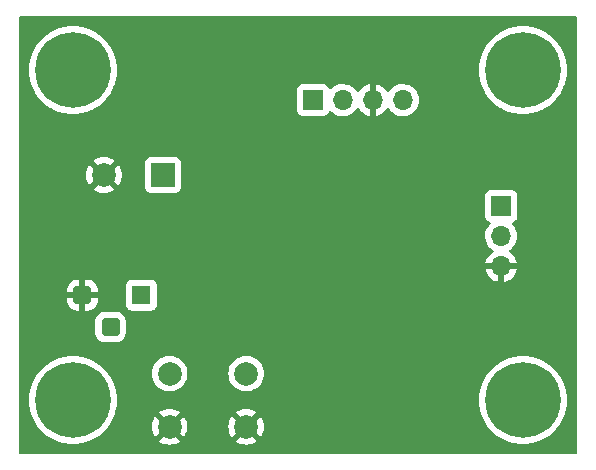
<source format=gbl>
%TF.GenerationSoftware,KiCad,Pcbnew,(6.0.8)*%
%TF.CreationDate,2022-12-23T18:43:03+01:00*%
%TF.ProjectId,Neopixel_LED_Star,4e656f70-6978-4656-9c5f-4c45445f5374,rev?*%
%TF.SameCoordinates,Original*%
%TF.FileFunction,Copper,L2,Bot*%
%TF.FilePolarity,Positive*%
%FSLAX46Y46*%
G04 Gerber Fmt 4.6, Leading zero omitted, Abs format (unit mm)*
G04 Created by KiCad (PCBNEW (6.0.8)) date 2022-12-23 18:43:03*
%MOMM*%
%LPD*%
G01*
G04 APERTURE LIST*
G04 Aperture macros list*
%AMRoundRect*
0 Rectangle with rounded corners*
0 $1 Rounding radius*
0 $2 $3 $4 $5 $6 $7 $8 $9 X,Y pos of 4 corners*
0 Add a 4 corners polygon primitive as box body*
4,1,4,$2,$3,$4,$5,$6,$7,$8,$9,$2,$3,0*
0 Add four circle primitives for the rounded corners*
1,1,$1+$1,$2,$3*
1,1,$1+$1,$4,$5*
1,1,$1+$1,$6,$7*
1,1,$1+$1,$8,$9*
0 Add four rect primitives between the rounded corners*
20,1,$1+$1,$2,$3,$4,$5,0*
20,1,$1+$1,$4,$5,$6,$7,0*
20,1,$1+$1,$6,$7,$8,$9,0*
20,1,$1+$1,$8,$9,$2,$3,0*%
G04 Aperture macros list end*
%TA.AperFunction,ComponentPad*%
%ADD10C,6.400000*%
%TD*%
%TA.AperFunction,ComponentPad*%
%ADD11C,2.000000*%
%TD*%
%TA.AperFunction,ComponentPad*%
%ADD12R,1.700000X1.700000*%
%TD*%
%TA.AperFunction,ComponentPad*%
%ADD13O,1.700000X1.700000*%
%TD*%
%TA.AperFunction,ComponentPad*%
%ADD14R,1.600000X1.600000*%
%TD*%
%TA.AperFunction,ComponentPad*%
%ADD15RoundRect,0.400000X-0.400000X-0.400000X0.400000X-0.400000X0.400000X0.400000X-0.400000X0.400000X0*%
%TD*%
%TA.AperFunction,ComponentPad*%
%ADD16R,2.000000X2.000000*%
%TD*%
%TA.AperFunction,ViaPad*%
%ADD17C,0.800000*%
%TD*%
G04 APERTURE END LIST*
D10*
%TO.P,REF\u002A\u002A,1*%
%TO.N,N/C*%
X127000000Y-101600000D03*
%TD*%
D11*
%TO.P,SW1,1,1*%
%TO.N,Net-(C6-Pad1)*%
X141680000Y-99350000D03*
X135180000Y-99350000D03*
%TO.P,SW1,2,2*%
%TO.N,GNDD*%
X141680000Y-103850000D03*
X135180000Y-103850000D03*
%TD*%
D10*
%TO.P,REF\u002A\u002A,1*%
%TO.N,N/C*%
X165100000Y-101600000D03*
%TD*%
%TO.P,REF\u002A\u002A,1*%
%TO.N,N/C*%
X165100000Y-73660000D03*
%TD*%
D12*
%TO.P,J2,1,Pin_1*%
%TO.N,+5V*%
X163265000Y-85170000D03*
D13*
%TO.P,J2,2,Pin_2*%
%TO.N,Net-(J2-Pad2)*%
X163265000Y-87710000D03*
%TO.P,J2,3,Pin_3*%
%TO.N,GNDD*%
X163265000Y-90250000D03*
%TD*%
D14*
%TO.P,J1,1,Pin_1*%
%TO.N,+5V*%
X132797000Y-92710000D03*
D15*
%TO.P,J1,2,Pin_2*%
%TO.N,GNDD*%
X127797000Y-92710000D03*
%TO.P,J1,3*%
%TO.N,N/C*%
X130197000Y-95410000D03*
%TD*%
D12*
%TO.P,J3,1,Pin_1*%
%TO.N,SWCLK*%
X147320000Y-76200000D03*
D13*
%TO.P,J3,2,Pin_2*%
%TO.N,SWDIO*%
X149860000Y-76200000D03*
%TO.P,J3,3,Pin_3*%
%TO.N,GNDD*%
X152400000Y-76200000D03*
%TO.P,J3,4,Pin_4*%
%TO.N,+3V3*%
X154940000Y-76200000D03*
%TD*%
D10*
%TO.P,REF\u002A\u002A,1*%
%TO.N,N/C*%
X127000000Y-73660000D03*
%TD*%
D16*
%TO.P,C1,1*%
%TO.N,+5V*%
X134620000Y-82550000D03*
D11*
%TO.P,C1,2*%
%TO.N,GNDD*%
X129620000Y-82550000D03*
%TD*%
D17*
%TO.N,GNDD*%
X168910000Y-105410000D03*
X146050000Y-105410000D03*
X123190000Y-105410000D03*
X145415000Y-83185000D03*
X149860000Y-95250000D03*
X139700000Y-76200000D03*
X160655000Y-84455000D03*
X123190000Y-87630000D03*
X151130000Y-83820000D03*
X168910000Y-69850000D03*
X144780000Y-95250000D03*
X156718000Y-98298000D03*
X139700000Y-95250000D03*
X168910000Y-87630000D03*
X146050000Y-69850000D03*
X155956000Y-87376000D03*
X123190000Y-69850000D03*
X155956000Y-80264000D03*
X138430000Y-83820000D03*
%TD*%
%TA.AperFunction,Conductor*%
%TO.N,GNDD*%
G36*
X169613621Y-69108502D02*
G01*
X169660114Y-69162158D01*
X169671500Y-69214500D01*
X169671500Y-106045500D01*
X169651498Y-106113621D01*
X169597842Y-106160114D01*
X169545500Y-106171500D01*
X122554500Y-106171500D01*
X122486379Y-106151498D01*
X122439886Y-106097842D01*
X122428500Y-106045500D01*
X122428500Y-101600000D01*
X123286411Y-101600000D01*
X123306754Y-101988176D01*
X123367562Y-102372099D01*
X123468167Y-102747562D01*
X123607468Y-103110453D01*
X123783938Y-103456794D01*
X123785734Y-103459560D01*
X123785736Y-103459563D01*
X123888821Y-103618301D01*
X123995643Y-103782793D01*
X124240266Y-104084876D01*
X124515124Y-104359734D01*
X124817207Y-104604357D01*
X125143205Y-104816062D01*
X125146139Y-104817557D01*
X125146146Y-104817561D01*
X125486607Y-104991034D01*
X125489547Y-104992532D01*
X125852438Y-105131833D01*
X126227901Y-105232438D01*
X126431793Y-105264732D01*
X126608576Y-105292732D01*
X126608584Y-105292733D01*
X126611824Y-105293246D01*
X127000000Y-105313589D01*
X127388176Y-105293246D01*
X127391416Y-105292733D01*
X127391424Y-105292732D01*
X127568207Y-105264732D01*
X127772099Y-105232438D01*
X128147562Y-105131833D01*
X128275636Y-105082670D01*
X134312160Y-105082670D01*
X134317887Y-105090320D01*
X134489042Y-105195205D01*
X134497837Y-105199687D01*
X134707988Y-105286734D01*
X134717373Y-105289783D01*
X134938554Y-105342885D01*
X134948301Y-105344428D01*
X135175070Y-105362275D01*
X135184930Y-105362275D01*
X135411699Y-105344428D01*
X135421446Y-105342885D01*
X135642627Y-105289783D01*
X135652012Y-105286734D01*
X135862163Y-105199687D01*
X135870958Y-105195205D01*
X136038445Y-105092568D01*
X136047400Y-105082670D01*
X140812160Y-105082670D01*
X140817887Y-105090320D01*
X140989042Y-105195205D01*
X140997837Y-105199687D01*
X141207988Y-105286734D01*
X141217373Y-105289783D01*
X141438554Y-105342885D01*
X141448301Y-105344428D01*
X141675070Y-105362275D01*
X141684930Y-105362275D01*
X141911699Y-105344428D01*
X141921446Y-105342885D01*
X142142627Y-105289783D01*
X142152012Y-105286734D01*
X142362163Y-105199687D01*
X142370958Y-105195205D01*
X142538445Y-105092568D01*
X142547907Y-105082110D01*
X142544124Y-105073334D01*
X141692812Y-104222022D01*
X141678868Y-104214408D01*
X141677035Y-104214539D01*
X141670420Y-104218790D01*
X140818920Y-105070290D01*
X140812160Y-105082670D01*
X136047400Y-105082670D01*
X136047907Y-105082110D01*
X136044124Y-105073334D01*
X135192812Y-104222022D01*
X135178868Y-104214408D01*
X135177035Y-104214539D01*
X135170420Y-104218790D01*
X134318920Y-105070290D01*
X134312160Y-105082670D01*
X128275636Y-105082670D01*
X128510453Y-104992532D01*
X128513393Y-104991034D01*
X128853854Y-104817561D01*
X128853861Y-104817557D01*
X128856795Y-104816062D01*
X129182793Y-104604357D01*
X129484876Y-104359734D01*
X129759734Y-104084876D01*
X129945941Y-103854930D01*
X133667725Y-103854930D01*
X133685572Y-104081699D01*
X133687115Y-104091446D01*
X133740217Y-104312627D01*
X133743266Y-104322012D01*
X133830313Y-104532163D01*
X133834795Y-104540958D01*
X133937432Y-104708445D01*
X133947890Y-104717907D01*
X133956666Y-104714124D01*
X134807978Y-103862812D01*
X134814356Y-103851132D01*
X135544408Y-103851132D01*
X135544539Y-103852965D01*
X135548790Y-103859580D01*
X136400290Y-104711080D01*
X136412670Y-104717840D01*
X136420320Y-104712113D01*
X136525205Y-104540958D01*
X136529687Y-104532163D01*
X136616734Y-104322012D01*
X136619783Y-104312627D01*
X136672885Y-104091446D01*
X136674428Y-104081699D01*
X136692275Y-103854930D01*
X140167725Y-103854930D01*
X140185572Y-104081699D01*
X140187115Y-104091446D01*
X140240217Y-104312627D01*
X140243266Y-104322012D01*
X140330313Y-104532163D01*
X140334795Y-104540958D01*
X140437432Y-104708445D01*
X140447890Y-104717907D01*
X140456666Y-104714124D01*
X141307978Y-103862812D01*
X141314356Y-103851132D01*
X142044408Y-103851132D01*
X142044539Y-103852965D01*
X142048790Y-103859580D01*
X142900290Y-104711080D01*
X142912670Y-104717840D01*
X142920320Y-104712113D01*
X143025205Y-104540958D01*
X143029687Y-104532163D01*
X143116734Y-104322012D01*
X143119783Y-104312627D01*
X143172885Y-104091446D01*
X143174428Y-104081699D01*
X143192275Y-103854930D01*
X143192275Y-103845070D01*
X143174428Y-103618301D01*
X143172885Y-103608554D01*
X143119783Y-103387373D01*
X143116734Y-103377988D01*
X143029687Y-103167837D01*
X143025205Y-103159042D01*
X142922568Y-102991555D01*
X142912110Y-102982093D01*
X142903334Y-102985876D01*
X142052022Y-103837188D01*
X142044408Y-103851132D01*
X141314356Y-103851132D01*
X141315592Y-103848868D01*
X141315461Y-103847035D01*
X141311210Y-103840420D01*
X140459710Y-102988920D01*
X140447330Y-102982160D01*
X140439680Y-102987887D01*
X140334795Y-103159042D01*
X140330313Y-103167837D01*
X140243266Y-103377988D01*
X140240217Y-103387373D01*
X140187115Y-103608554D01*
X140185572Y-103618301D01*
X140167725Y-103845070D01*
X140167725Y-103854930D01*
X136692275Y-103854930D01*
X136692275Y-103845070D01*
X136674428Y-103618301D01*
X136672885Y-103608554D01*
X136619783Y-103387373D01*
X136616734Y-103377988D01*
X136529687Y-103167837D01*
X136525205Y-103159042D01*
X136422568Y-102991555D01*
X136412110Y-102982093D01*
X136403334Y-102985876D01*
X135552022Y-103837188D01*
X135544408Y-103851132D01*
X134814356Y-103851132D01*
X134815592Y-103848868D01*
X134815461Y-103847035D01*
X134811210Y-103840420D01*
X133959710Y-102988920D01*
X133947330Y-102982160D01*
X133939680Y-102987887D01*
X133834795Y-103159042D01*
X133830313Y-103167837D01*
X133743266Y-103377988D01*
X133740217Y-103387373D01*
X133687115Y-103608554D01*
X133685572Y-103618301D01*
X133667725Y-103845070D01*
X133667725Y-103854930D01*
X129945941Y-103854930D01*
X130004357Y-103782793D01*
X130111179Y-103618301D01*
X130214264Y-103459563D01*
X130214266Y-103459560D01*
X130216062Y-103456794D01*
X130392532Y-103110453D01*
X130531833Y-102747562D01*
X130566579Y-102617890D01*
X134312093Y-102617890D01*
X134315876Y-102626666D01*
X135167188Y-103477978D01*
X135181132Y-103485592D01*
X135182965Y-103485461D01*
X135189580Y-103481210D01*
X136041080Y-102629710D01*
X136047534Y-102617890D01*
X140812093Y-102617890D01*
X140815876Y-102626666D01*
X141667188Y-103477978D01*
X141681132Y-103485592D01*
X141682965Y-103485461D01*
X141689580Y-103481210D01*
X142541080Y-102629710D01*
X142547840Y-102617330D01*
X142542113Y-102609680D01*
X142370958Y-102504795D01*
X142362163Y-102500313D01*
X142152012Y-102413266D01*
X142142627Y-102410217D01*
X141921446Y-102357115D01*
X141911699Y-102355572D01*
X141684930Y-102337725D01*
X141675070Y-102337725D01*
X141448301Y-102355572D01*
X141438554Y-102357115D01*
X141217373Y-102410217D01*
X141207988Y-102413266D01*
X140997837Y-102500313D01*
X140989042Y-102504795D01*
X140821555Y-102607432D01*
X140812093Y-102617890D01*
X136047534Y-102617890D01*
X136047840Y-102617330D01*
X136042113Y-102609680D01*
X135870958Y-102504795D01*
X135862163Y-102500313D01*
X135652012Y-102413266D01*
X135642627Y-102410217D01*
X135421446Y-102357115D01*
X135411699Y-102355572D01*
X135184930Y-102337725D01*
X135175070Y-102337725D01*
X134948301Y-102355572D01*
X134938554Y-102357115D01*
X134717373Y-102410217D01*
X134707988Y-102413266D01*
X134497837Y-102500313D01*
X134489042Y-102504795D01*
X134321555Y-102607432D01*
X134312093Y-102617890D01*
X130566579Y-102617890D01*
X130632438Y-102372099D01*
X130693246Y-101988176D01*
X130713589Y-101600000D01*
X161386411Y-101600000D01*
X161406754Y-101988176D01*
X161467562Y-102372099D01*
X161568167Y-102747562D01*
X161707468Y-103110453D01*
X161883938Y-103456794D01*
X161885734Y-103459560D01*
X161885736Y-103459563D01*
X161988821Y-103618301D01*
X162095643Y-103782793D01*
X162340266Y-104084876D01*
X162615124Y-104359734D01*
X162917207Y-104604357D01*
X163243205Y-104816062D01*
X163246139Y-104817557D01*
X163246146Y-104817561D01*
X163586607Y-104991034D01*
X163589547Y-104992532D01*
X163952438Y-105131833D01*
X164327901Y-105232438D01*
X164531793Y-105264732D01*
X164708576Y-105292732D01*
X164708584Y-105292733D01*
X164711824Y-105293246D01*
X165100000Y-105313589D01*
X165488176Y-105293246D01*
X165491416Y-105292733D01*
X165491424Y-105292732D01*
X165668207Y-105264732D01*
X165872099Y-105232438D01*
X166247562Y-105131833D01*
X166610453Y-104992532D01*
X166613393Y-104991034D01*
X166953854Y-104817561D01*
X166953861Y-104817557D01*
X166956795Y-104816062D01*
X167282793Y-104604357D01*
X167584876Y-104359734D01*
X167859734Y-104084876D01*
X168104357Y-103782793D01*
X168211179Y-103618301D01*
X168314264Y-103459563D01*
X168314266Y-103459560D01*
X168316062Y-103456794D01*
X168492532Y-103110453D01*
X168631833Y-102747562D01*
X168732438Y-102372099D01*
X168793246Y-101988176D01*
X168813589Y-101600000D01*
X168793246Y-101211824D01*
X168732438Y-100827901D01*
X168631833Y-100452438D01*
X168492532Y-100089547D01*
X168465739Y-100036963D01*
X168317561Y-99746147D01*
X168317557Y-99746140D01*
X168316062Y-99743206D01*
X168211230Y-99581777D01*
X168106152Y-99419971D01*
X168106152Y-99419970D01*
X168104357Y-99417207D01*
X167859734Y-99115124D01*
X167584876Y-98840266D01*
X167282793Y-98595643D01*
X167074820Y-98460584D01*
X166959564Y-98385736D01*
X166959561Y-98385734D01*
X166956795Y-98383938D01*
X166953861Y-98382443D01*
X166953854Y-98382439D01*
X166613393Y-98208966D01*
X166610453Y-98207468D01*
X166247562Y-98068167D01*
X165872099Y-97967562D01*
X165668207Y-97935268D01*
X165491424Y-97907268D01*
X165491416Y-97907267D01*
X165488176Y-97906754D01*
X165100000Y-97886411D01*
X164711824Y-97906754D01*
X164708584Y-97907267D01*
X164708576Y-97907268D01*
X164531793Y-97935268D01*
X164327901Y-97967562D01*
X163952438Y-98068167D01*
X163589547Y-98207468D01*
X163586607Y-98208966D01*
X163246147Y-98382439D01*
X163246140Y-98382443D01*
X163243206Y-98383938D01*
X162917207Y-98595643D01*
X162615124Y-98840266D01*
X162340266Y-99115124D01*
X162095643Y-99417207D01*
X162093848Y-99419970D01*
X162093848Y-99419971D01*
X161988771Y-99581777D01*
X161883938Y-99743206D01*
X161882443Y-99746140D01*
X161882439Y-99746147D01*
X161734261Y-100036963D01*
X161707468Y-100089547D01*
X161568167Y-100452438D01*
X161467562Y-100827901D01*
X161406754Y-101211824D01*
X161386411Y-101600000D01*
X130713589Y-101600000D01*
X130693246Y-101211824D01*
X130632438Y-100827901D01*
X130531833Y-100452438D01*
X130392532Y-100089547D01*
X130365739Y-100036963D01*
X130217561Y-99746147D01*
X130217557Y-99746140D01*
X130216062Y-99743206D01*
X130111230Y-99581777D01*
X130006152Y-99419971D01*
X130006152Y-99419970D01*
X130004357Y-99417207D01*
X129949934Y-99350000D01*
X133666835Y-99350000D01*
X133685465Y-99586711D01*
X133740895Y-99817594D01*
X133831760Y-100036963D01*
X133834346Y-100041183D01*
X133953241Y-100235202D01*
X133953245Y-100235208D01*
X133955824Y-100239416D01*
X134110031Y-100419969D01*
X134290584Y-100574176D01*
X134294792Y-100576755D01*
X134294798Y-100576759D01*
X134488817Y-100695654D01*
X134493037Y-100698240D01*
X134497607Y-100700133D01*
X134497611Y-100700135D01*
X134707833Y-100787211D01*
X134712406Y-100789105D01*
X134792609Y-100808360D01*
X134938476Y-100843380D01*
X134938482Y-100843381D01*
X134943289Y-100844535D01*
X135180000Y-100863165D01*
X135416711Y-100844535D01*
X135421518Y-100843381D01*
X135421524Y-100843380D01*
X135567391Y-100808360D01*
X135647594Y-100789105D01*
X135652167Y-100787211D01*
X135862389Y-100700135D01*
X135862393Y-100700133D01*
X135866963Y-100698240D01*
X135871183Y-100695654D01*
X136065202Y-100576759D01*
X136065208Y-100576755D01*
X136069416Y-100574176D01*
X136249969Y-100419969D01*
X136404176Y-100239416D01*
X136406755Y-100235208D01*
X136406759Y-100235202D01*
X136525654Y-100041183D01*
X136528240Y-100036963D01*
X136619105Y-99817594D01*
X136674535Y-99586711D01*
X136693165Y-99350000D01*
X140166835Y-99350000D01*
X140185465Y-99586711D01*
X140240895Y-99817594D01*
X140331760Y-100036963D01*
X140334346Y-100041183D01*
X140453241Y-100235202D01*
X140453245Y-100235208D01*
X140455824Y-100239416D01*
X140610031Y-100419969D01*
X140790584Y-100574176D01*
X140794792Y-100576755D01*
X140794798Y-100576759D01*
X140988817Y-100695654D01*
X140993037Y-100698240D01*
X140997607Y-100700133D01*
X140997611Y-100700135D01*
X141207833Y-100787211D01*
X141212406Y-100789105D01*
X141292609Y-100808360D01*
X141438476Y-100843380D01*
X141438482Y-100843381D01*
X141443289Y-100844535D01*
X141680000Y-100863165D01*
X141916711Y-100844535D01*
X141921518Y-100843381D01*
X141921524Y-100843380D01*
X142067391Y-100808360D01*
X142147594Y-100789105D01*
X142152167Y-100787211D01*
X142362389Y-100700135D01*
X142362393Y-100700133D01*
X142366963Y-100698240D01*
X142371183Y-100695654D01*
X142565202Y-100576759D01*
X142565208Y-100576755D01*
X142569416Y-100574176D01*
X142749969Y-100419969D01*
X142904176Y-100239416D01*
X142906755Y-100235208D01*
X142906759Y-100235202D01*
X143025654Y-100041183D01*
X143028240Y-100036963D01*
X143119105Y-99817594D01*
X143174535Y-99586711D01*
X143193165Y-99350000D01*
X143174535Y-99113289D01*
X143119105Y-98882406D01*
X143028240Y-98663037D01*
X142985841Y-98593848D01*
X142906759Y-98464798D01*
X142906755Y-98464792D01*
X142904176Y-98460584D01*
X142749969Y-98280031D01*
X142569416Y-98125824D01*
X142565208Y-98123245D01*
X142565202Y-98123241D01*
X142371183Y-98004346D01*
X142366963Y-98001760D01*
X142362393Y-97999867D01*
X142362389Y-97999865D01*
X142152167Y-97912789D01*
X142152165Y-97912788D01*
X142147594Y-97910895D01*
X142067391Y-97891640D01*
X141921524Y-97856620D01*
X141921518Y-97856619D01*
X141916711Y-97855465D01*
X141680000Y-97836835D01*
X141443289Y-97855465D01*
X141438482Y-97856619D01*
X141438476Y-97856620D01*
X141292609Y-97891640D01*
X141212406Y-97910895D01*
X141207835Y-97912788D01*
X141207833Y-97912789D01*
X140997611Y-97999865D01*
X140997607Y-97999867D01*
X140993037Y-98001760D01*
X140988817Y-98004346D01*
X140794798Y-98123241D01*
X140794792Y-98123245D01*
X140790584Y-98125824D01*
X140610031Y-98280031D01*
X140455824Y-98460584D01*
X140453245Y-98464792D01*
X140453241Y-98464798D01*
X140374159Y-98593848D01*
X140331760Y-98663037D01*
X140240895Y-98882406D01*
X140185465Y-99113289D01*
X140166835Y-99350000D01*
X136693165Y-99350000D01*
X136674535Y-99113289D01*
X136619105Y-98882406D01*
X136528240Y-98663037D01*
X136485841Y-98593848D01*
X136406759Y-98464798D01*
X136406755Y-98464792D01*
X136404176Y-98460584D01*
X136249969Y-98280031D01*
X136069416Y-98125824D01*
X136065208Y-98123245D01*
X136065202Y-98123241D01*
X135871183Y-98004346D01*
X135866963Y-98001760D01*
X135862393Y-97999867D01*
X135862389Y-97999865D01*
X135652167Y-97912789D01*
X135652165Y-97912788D01*
X135647594Y-97910895D01*
X135567391Y-97891640D01*
X135421524Y-97856620D01*
X135421518Y-97856619D01*
X135416711Y-97855465D01*
X135180000Y-97836835D01*
X134943289Y-97855465D01*
X134938482Y-97856619D01*
X134938476Y-97856620D01*
X134792609Y-97891640D01*
X134712406Y-97910895D01*
X134707835Y-97912788D01*
X134707833Y-97912789D01*
X134497611Y-97999865D01*
X134497607Y-97999867D01*
X134493037Y-98001760D01*
X134488817Y-98004346D01*
X134294798Y-98123241D01*
X134294792Y-98123245D01*
X134290584Y-98125824D01*
X134110031Y-98280031D01*
X133955824Y-98460584D01*
X133953245Y-98464792D01*
X133953241Y-98464798D01*
X133874159Y-98593848D01*
X133831760Y-98663037D01*
X133740895Y-98882406D01*
X133685465Y-99113289D01*
X133666835Y-99350000D01*
X129949934Y-99350000D01*
X129759734Y-99115124D01*
X129484876Y-98840266D01*
X129182793Y-98595643D01*
X128974820Y-98460584D01*
X128859564Y-98385736D01*
X128859561Y-98385734D01*
X128856795Y-98383938D01*
X128853861Y-98382443D01*
X128853854Y-98382439D01*
X128513393Y-98208966D01*
X128510453Y-98207468D01*
X128147562Y-98068167D01*
X127772099Y-97967562D01*
X127568207Y-97935268D01*
X127391424Y-97907268D01*
X127391416Y-97907267D01*
X127388176Y-97906754D01*
X127000000Y-97886411D01*
X126611824Y-97906754D01*
X126608584Y-97907267D01*
X126608576Y-97907268D01*
X126431793Y-97935268D01*
X126227901Y-97967562D01*
X125852438Y-98068167D01*
X125489547Y-98207468D01*
X125486607Y-98208966D01*
X125146147Y-98382439D01*
X125146140Y-98382443D01*
X125143206Y-98383938D01*
X124817207Y-98595643D01*
X124515124Y-98840266D01*
X124240266Y-99115124D01*
X123995643Y-99417207D01*
X123993848Y-99419970D01*
X123993848Y-99419971D01*
X123888771Y-99581777D01*
X123783938Y-99743206D01*
X123782443Y-99746140D01*
X123782439Y-99746147D01*
X123634261Y-100036963D01*
X123607468Y-100089547D01*
X123468167Y-100452438D01*
X123367562Y-100827901D01*
X123306754Y-101211824D01*
X123286411Y-101600000D01*
X122428500Y-101600000D01*
X122428500Y-94946419D01*
X128888500Y-94946419D01*
X128888501Y-95873580D01*
X128894743Y-95952904D01*
X128944171Y-96137371D01*
X129030871Y-96307530D01*
X129035024Y-96312659D01*
X129035027Y-96312663D01*
X129146900Y-96450814D01*
X129151055Y-96455945D01*
X129156186Y-96460100D01*
X129294337Y-96571973D01*
X129294341Y-96571976D01*
X129299470Y-96576129D01*
X129305347Y-96579124D01*
X129305351Y-96579126D01*
X129463064Y-96659484D01*
X129469629Y-96662829D01*
X129476002Y-96664537D01*
X129476003Y-96664537D01*
X129648519Y-96710763D01*
X129648523Y-96710764D01*
X129654096Y-96712257D01*
X129659852Y-96712710D01*
X129730963Y-96718307D01*
X129730970Y-96718307D01*
X129733419Y-96718500D01*
X130196812Y-96718500D01*
X130660580Y-96718499D01*
X130709947Y-96714614D01*
X130734150Y-96712710D01*
X130734152Y-96712710D01*
X130739904Y-96712257D01*
X130924371Y-96662829D01*
X130930936Y-96659484D01*
X131088649Y-96579126D01*
X131088653Y-96579124D01*
X131094530Y-96576129D01*
X131099659Y-96571976D01*
X131099663Y-96571973D01*
X131237814Y-96460100D01*
X131242945Y-96455945D01*
X131247100Y-96450814D01*
X131358973Y-96312663D01*
X131358976Y-96312659D01*
X131363129Y-96307530D01*
X131449829Y-96137371D01*
X131499257Y-95952904D01*
X131500023Y-95943175D01*
X131505307Y-95876037D01*
X131505307Y-95876030D01*
X131505500Y-95873581D01*
X131505499Y-94946420D01*
X131499257Y-94867096D01*
X131449829Y-94682629D01*
X131363129Y-94512470D01*
X131358976Y-94507341D01*
X131358973Y-94507337D01*
X131247100Y-94369186D01*
X131242945Y-94364055D01*
X131237814Y-94359900D01*
X131099663Y-94248027D01*
X131099659Y-94248024D01*
X131094530Y-94243871D01*
X131088653Y-94240876D01*
X131088649Y-94240874D01*
X130930251Y-94160167D01*
X130924371Y-94157171D01*
X130917997Y-94155463D01*
X130745481Y-94109237D01*
X130745477Y-94109236D01*
X130739904Y-94107743D01*
X130730175Y-94106977D01*
X130663037Y-94101693D01*
X130663030Y-94101693D01*
X130660581Y-94101500D01*
X130197188Y-94101500D01*
X129733420Y-94101501D01*
X129684053Y-94105386D01*
X129659850Y-94107290D01*
X129659848Y-94107290D01*
X129654096Y-94107743D01*
X129469629Y-94157171D01*
X129463749Y-94160167D01*
X129305351Y-94240874D01*
X129305347Y-94240876D01*
X129299470Y-94243871D01*
X129294341Y-94248024D01*
X129294337Y-94248027D01*
X129156186Y-94359900D01*
X129151055Y-94364055D01*
X129146900Y-94369186D01*
X129035027Y-94507337D01*
X129035024Y-94507341D01*
X129030871Y-94512470D01*
X128944171Y-94682629D01*
X128894743Y-94867096D01*
X128894290Y-94872850D01*
X128894290Y-94872852D01*
X128888694Y-94943960D01*
X128888500Y-94946419D01*
X122428500Y-94946419D01*
X122428500Y-93171085D01*
X126489000Y-93171085D01*
X126489193Y-93176010D01*
X126494786Y-93247069D01*
X126496733Y-93258403D01*
X126542931Y-93430817D01*
X126547635Y-93443070D01*
X126628295Y-93601375D01*
X126635448Y-93612390D01*
X126747255Y-93750459D01*
X126756541Y-93759745D01*
X126894610Y-93871552D01*
X126905625Y-93878705D01*
X127063930Y-93959365D01*
X127076183Y-93964069D01*
X127248597Y-94010267D01*
X127259931Y-94012214D01*
X127330990Y-94017807D01*
X127335915Y-94018000D01*
X127524885Y-94018000D01*
X127540124Y-94013525D01*
X127541329Y-94012135D01*
X127543000Y-94004452D01*
X127543000Y-93999885D01*
X128051000Y-93999885D01*
X128055475Y-94015124D01*
X128056865Y-94016329D01*
X128064548Y-94018000D01*
X128258085Y-94018000D01*
X128263010Y-94017807D01*
X128334069Y-94012214D01*
X128345403Y-94010267D01*
X128517817Y-93964069D01*
X128530070Y-93959365D01*
X128688375Y-93878705D01*
X128699390Y-93871552D01*
X128837459Y-93759745D01*
X128846745Y-93750459D01*
X128958552Y-93612390D01*
X128965705Y-93601375D01*
X128987737Y-93558134D01*
X131488500Y-93558134D01*
X131495255Y-93620316D01*
X131546385Y-93756705D01*
X131633739Y-93873261D01*
X131750295Y-93960615D01*
X131886684Y-94011745D01*
X131948866Y-94018500D01*
X133645134Y-94018500D01*
X133707316Y-94011745D01*
X133843705Y-93960615D01*
X133960261Y-93873261D01*
X134047615Y-93756705D01*
X134098745Y-93620316D01*
X134105500Y-93558134D01*
X134105500Y-91861866D01*
X134098745Y-91799684D01*
X134047615Y-91663295D01*
X133960261Y-91546739D01*
X133843705Y-91459385D01*
X133707316Y-91408255D01*
X133645134Y-91401500D01*
X131948866Y-91401500D01*
X131886684Y-91408255D01*
X131750295Y-91459385D01*
X131633739Y-91546739D01*
X131546385Y-91663295D01*
X131495255Y-91799684D01*
X131488500Y-91861866D01*
X131488500Y-93558134D01*
X128987737Y-93558134D01*
X129046365Y-93443070D01*
X129051069Y-93430817D01*
X129097267Y-93258403D01*
X129099214Y-93247069D01*
X129104807Y-93176010D01*
X129105000Y-93171085D01*
X129105000Y-92982115D01*
X129100525Y-92966876D01*
X129099135Y-92965671D01*
X129091452Y-92964000D01*
X128069115Y-92964000D01*
X128053876Y-92968475D01*
X128052671Y-92969865D01*
X128051000Y-92977548D01*
X128051000Y-93999885D01*
X127543000Y-93999885D01*
X127543000Y-92982115D01*
X127538525Y-92966876D01*
X127537135Y-92965671D01*
X127529452Y-92964000D01*
X126507115Y-92964000D01*
X126491876Y-92968475D01*
X126490671Y-92969865D01*
X126489000Y-92977548D01*
X126489000Y-93171085D01*
X122428500Y-93171085D01*
X122428500Y-92437885D01*
X126489000Y-92437885D01*
X126493475Y-92453124D01*
X126494865Y-92454329D01*
X126502548Y-92456000D01*
X127524885Y-92456000D01*
X127540124Y-92451525D01*
X127541329Y-92450135D01*
X127543000Y-92442452D01*
X127543000Y-92437885D01*
X128051000Y-92437885D01*
X128055475Y-92453124D01*
X128056865Y-92454329D01*
X128064548Y-92456000D01*
X129086885Y-92456000D01*
X129102124Y-92451525D01*
X129103329Y-92450135D01*
X129105000Y-92442452D01*
X129105000Y-92248916D01*
X129104807Y-92243990D01*
X129099214Y-92172931D01*
X129097267Y-92161597D01*
X129051069Y-91989183D01*
X129046365Y-91976930D01*
X128965705Y-91818625D01*
X128958552Y-91807610D01*
X128846745Y-91669541D01*
X128837459Y-91660255D01*
X128699390Y-91548448D01*
X128688375Y-91541295D01*
X128530070Y-91460635D01*
X128517817Y-91455931D01*
X128345403Y-91409733D01*
X128334069Y-91407786D01*
X128263010Y-91402193D01*
X128258084Y-91402000D01*
X128069115Y-91402000D01*
X128053876Y-91406475D01*
X128052671Y-91407865D01*
X128051000Y-91415548D01*
X128051000Y-92437885D01*
X127543000Y-92437885D01*
X127543000Y-91420115D01*
X127538525Y-91404876D01*
X127537135Y-91403671D01*
X127529452Y-91402000D01*
X127335916Y-91402000D01*
X127330990Y-91402193D01*
X127259931Y-91407786D01*
X127248597Y-91409733D01*
X127076183Y-91455931D01*
X127063930Y-91460635D01*
X126905625Y-91541295D01*
X126894610Y-91548448D01*
X126756541Y-91660255D01*
X126747255Y-91669541D01*
X126635448Y-91807610D01*
X126628295Y-91818625D01*
X126547635Y-91976930D01*
X126542931Y-91989183D01*
X126496733Y-92161597D01*
X126494786Y-92172931D01*
X126489193Y-92243990D01*
X126489000Y-92248916D01*
X126489000Y-92437885D01*
X122428500Y-92437885D01*
X122428500Y-90517966D01*
X161933257Y-90517966D01*
X161963565Y-90652446D01*
X161966645Y-90662275D01*
X162046770Y-90859603D01*
X162051413Y-90868794D01*
X162162694Y-91050388D01*
X162168777Y-91058699D01*
X162308213Y-91219667D01*
X162315580Y-91226883D01*
X162479434Y-91362916D01*
X162487881Y-91368831D01*
X162671756Y-91476279D01*
X162681042Y-91480729D01*
X162880001Y-91556703D01*
X162889899Y-91559579D01*
X162993250Y-91580606D01*
X163007299Y-91579410D01*
X163011000Y-91569065D01*
X163011000Y-91568517D01*
X163519000Y-91568517D01*
X163523064Y-91582359D01*
X163536478Y-91584393D01*
X163543184Y-91583534D01*
X163553262Y-91581392D01*
X163757255Y-91520191D01*
X163766842Y-91516433D01*
X163958095Y-91422739D01*
X163966945Y-91417464D01*
X164140328Y-91293792D01*
X164148200Y-91287139D01*
X164299052Y-91136812D01*
X164305730Y-91128965D01*
X164430003Y-90956020D01*
X164435313Y-90947183D01*
X164529670Y-90756267D01*
X164533469Y-90746672D01*
X164595377Y-90542910D01*
X164597555Y-90532837D01*
X164598986Y-90521962D01*
X164596775Y-90507778D01*
X164583617Y-90504000D01*
X163537115Y-90504000D01*
X163521876Y-90508475D01*
X163520671Y-90509865D01*
X163519000Y-90517548D01*
X163519000Y-91568517D01*
X163011000Y-91568517D01*
X163011000Y-90522115D01*
X163006525Y-90506876D01*
X163005135Y-90505671D01*
X162997452Y-90504000D01*
X161948225Y-90504000D01*
X161934694Y-90507973D01*
X161933257Y-90517966D01*
X122428500Y-90517966D01*
X122428500Y-87676695D01*
X161902251Y-87676695D01*
X161902548Y-87681848D01*
X161902548Y-87681851D01*
X161908011Y-87776590D01*
X161915110Y-87899715D01*
X161916247Y-87904761D01*
X161916248Y-87904767D01*
X161936119Y-87992939D01*
X161964222Y-88117639D01*
X162048266Y-88324616D01*
X162164987Y-88515088D01*
X162311250Y-88683938D01*
X162483126Y-88826632D01*
X162556955Y-88869774D01*
X162605679Y-88921412D01*
X162618750Y-88991195D01*
X162592019Y-89056967D01*
X162551562Y-89090327D01*
X162543457Y-89094546D01*
X162534738Y-89100036D01*
X162364433Y-89227905D01*
X162356726Y-89234748D01*
X162209590Y-89388717D01*
X162203104Y-89396727D01*
X162083098Y-89572649D01*
X162078000Y-89581623D01*
X161988338Y-89774783D01*
X161984775Y-89784470D01*
X161929389Y-89984183D01*
X161930912Y-89992607D01*
X161943292Y-89996000D01*
X164583344Y-89996000D01*
X164596875Y-89992027D01*
X164598180Y-89982947D01*
X164556214Y-89815875D01*
X164552894Y-89806124D01*
X164467972Y-89610814D01*
X164463105Y-89601739D01*
X164347426Y-89422926D01*
X164341136Y-89414757D01*
X164197806Y-89257240D01*
X164190273Y-89250215D01*
X164023139Y-89118222D01*
X164014556Y-89112520D01*
X163977602Y-89092120D01*
X163927631Y-89041687D01*
X163912859Y-88972245D01*
X163937975Y-88905839D01*
X163965327Y-88879232D01*
X163988797Y-88862491D01*
X164144860Y-88751173D01*
X164303096Y-88593489D01*
X164362594Y-88510689D01*
X164430435Y-88416277D01*
X164433453Y-88412077D01*
X164532430Y-88211811D01*
X164597370Y-87998069D01*
X164626529Y-87776590D01*
X164628156Y-87710000D01*
X164609852Y-87487361D01*
X164555431Y-87270702D01*
X164466354Y-87065840D01*
X164345014Y-86878277D01*
X164341532Y-86874450D01*
X164197798Y-86716488D01*
X164166746Y-86652642D01*
X164175141Y-86582143D01*
X164220317Y-86527375D01*
X164246761Y-86513706D01*
X164353297Y-86473767D01*
X164361705Y-86470615D01*
X164478261Y-86383261D01*
X164565615Y-86266705D01*
X164616745Y-86130316D01*
X164623500Y-86068134D01*
X164623500Y-84271866D01*
X164616745Y-84209684D01*
X164565615Y-84073295D01*
X164478261Y-83956739D01*
X164361705Y-83869385D01*
X164225316Y-83818255D01*
X164163134Y-83811500D01*
X162366866Y-83811500D01*
X162304684Y-83818255D01*
X162168295Y-83869385D01*
X162051739Y-83956739D01*
X161964385Y-84073295D01*
X161913255Y-84209684D01*
X161906500Y-84271866D01*
X161906500Y-86068134D01*
X161913255Y-86130316D01*
X161964385Y-86266705D01*
X162051739Y-86383261D01*
X162168295Y-86470615D01*
X162176704Y-86473767D01*
X162176705Y-86473768D01*
X162285451Y-86514535D01*
X162342216Y-86557176D01*
X162366916Y-86623738D01*
X162351709Y-86693087D01*
X162332316Y-86719568D01*
X162205629Y-86852138D01*
X162079743Y-87036680D01*
X161985688Y-87239305D01*
X161925989Y-87454570D01*
X161902251Y-87676695D01*
X122428500Y-87676695D01*
X122428500Y-83782670D01*
X128752160Y-83782670D01*
X128757887Y-83790320D01*
X128929042Y-83895205D01*
X128937837Y-83899687D01*
X129147988Y-83986734D01*
X129157373Y-83989783D01*
X129378554Y-84042885D01*
X129388301Y-84044428D01*
X129615070Y-84062275D01*
X129624930Y-84062275D01*
X129851699Y-84044428D01*
X129861446Y-84042885D01*
X130082627Y-83989783D01*
X130092012Y-83986734D01*
X130302163Y-83899687D01*
X130310958Y-83895205D01*
X130478445Y-83792568D01*
X130487907Y-83782110D01*
X130484124Y-83773334D01*
X130308924Y-83598134D01*
X133111500Y-83598134D01*
X133118255Y-83660316D01*
X133169385Y-83796705D01*
X133256739Y-83913261D01*
X133373295Y-84000615D01*
X133509684Y-84051745D01*
X133571866Y-84058500D01*
X135668134Y-84058500D01*
X135730316Y-84051745D01*
X135866705Y-84000615D01*
X135983261Y-83913261D01*
X136070615Y-83796705D01*
X136121745Y-83660316D01*
X136128500Y-83598134D01*
X136128500Y-81501866D01*
X136121745Y-81439684D01*
X136070615Y-81303295D01*
X135983261Y-81186739D01*
X135866705Y-81099385D01*
X135730316Y-81048255D01*
X135668134Y-81041500D01*
X133571866Y-81041500D01*
X133509684Y-81048255D01*
X133373295Y-81099385D01*
X133256739Y-81186739D01*
X133169385Y-81303295D01*
X133118255Y-81439684D01*
X133111500Y-81501866D01*
X133111500Y-83598134D01*
X130308924Y-83598134D01*
X129632812Y-82922022D01*
X129618868Y-82914408D01*
X129617035Y-82914539D01*
X129610420Y-82918790D01*
X128758920Y-83770290D01*
X128752160Y-83782670D01*
X122428500Y-83782670D01*
X122428500Y-82554930D01*
X128107725Y-82554930D01*
X128125572Y-82781699D01*
X128127115Y-82791446D01*
X128180217Y-83012627D01*
X128183266Y-83022012D01*
X128270313Y-83232163D01*
X128274795Y-83240958D01*
X128377432Y-83408445D01*
X128387890Y-83417907D01*
X128396666Y-83414124D01*
X129247978Y-82562812D01*
X129254356Y-82551132D01*
X129984408Y-82551132D01*
X129984539Y-82552965D01*
X129988790Y-82559580D01*
X130840290Y-83411080D01*
X130852670Y-83417840D01*
X130860320Y-83412113D01*
X130965205Y-83240958D01*
X130969687Y-83232163D01*
X131056734Y-83022012D01*
X131059783Y-83012627D01*
X131112885Y-82791446D01*
X131114428Y-82781699D01*
X131132275Y-82554930D01*
X131132275Y-82545070D01*
X131114428Y-82318301D01*
X131112885Y-82308554D01*
X131059783Y-82087373D01*
X131056734Y-82077988D01*
X130969687Y-81867837D01*
X130965205Y-81859042D01*
X130862568Y-81691555D01*
X130852110Y-81682093D01*
X130843334Y-81685876D01*
X129992022Y-82537188D01*
X129984408Y-82551132D01*
X129254356Y-82551132D01*
X129255592Y-82548868D01*
X129255461Y-82547035D01*
X129251210Y-82540420D01*
X128399710Y-81688920D01*
X128387330Y-81682160D01*
X128379680Y-81687887D01*
X128274795Y-81859042D01*
X128270313Y-81867837D01*
X128183266Y-82077988D01*
X128180217Y-82087373D01*
X128127115Y-82308554D01*
X128125572Y-82318301D01*
X128107725Y-82545070D01*
X128107725Y-82554930D01*
X122428500Y-82554930D01*
X122428500Y-81317890D01*
X128752093Y-81317890D01*
X128755876Y-81326666D01*
X129607188Y-82177978D01*
X129621132Y-82185592D01*
X129622965Y-82185461D01*
X129629580Y-82181210D01*
X130481080Y-81329710D01*
X130487840Y-81317330D01*
X130482113Y-81309680D01*
X130310958Y-81204795D01*
X130302163Y-81200313D01*
X130092012Y-81113266D01*
X130082627Y-81110217D01*
X129861446Y-81057115D01*
X129851699Y-81055572D01*
X129624930Y-81037725D01*
X129615070Y-81037725D01*
X129388301Y-81055572D01*
X129378554Y-81057115D01*
X129157373Y-81110217D01*
X129147988Y-81113266D01*
X128937837Y-81200313D01*
X128929042Y-81204795D01*
X128761555Y-81307432D01*
X128752093Y-81317890D01*
X122428500Y-81317890D01*
X122428500Y-73660000D01*
X123286411Y-73660000D01*
X123306754Y-74048176D01*
X123367562Y-74432099D01*
X123468167Y-74807562D01*
X123469352Y-74810650D01*
X123469353Y-74810652D01*
X123496419Y-74881161D01*
X123607468Y-75170453D01*
X123608966Y-75173393D01*
X123775419Y-75500074D01*
X123783938Y-75516794D01*
X123785734Y-75519560D01*
X123785736Y-75519563D01*
X123812379Y-75560590D01*
X123995643Y-75842793D01*
X124240266Y-76144876D01*
X124515124Y-76419734D01*
X124817207Y-76664357D01*
X124819970Y-76666152D01*
X124819971Y-76666152D01*
X125098677Y-76847145D01*
X125143205Y-76876062D01*
X125146139Y-76877557D01*
X125146146Y-76877561D01*
X125387797Y-77000688D01*
X125489547Y-77052532D01*
X125608344Y-77098134D01*
X125795645Y-77170032D01*
X125852438Y-77191833D01*
X126227901Y-77292438D01*
X126431793Y-77324732D01*
X126608576Y-77352732D01*
X126608584Y-77352733D01*
X126611824Y-77353246D01*
X127000000Y-77373589D01*
X127388176Y-77353246D01*
X127391416Y-77352733D01*
X127391424Y-77352732D01*
X127568207Y-77324732D01*
X127772099Y-77292438D01*
X128147562Y-77191833D01*
X128204356Y-77170032D01*
X128391656Y-77098134D01*
X145961500Y-77098134D01*
X145968255Y-77160316D01*
X146019385Y-77296705D01*
X146106739Y-77413261D01*
X146223295Y-77500615D01*
X146359684Y-77551745D01*
X146421866Y-77558500D01*
X148218134Y-77558500D01*
X148280316Y-77551745D01*
X148416705Y-77500615D01*
X148533261Y-77413261D01*
X148620615Y-77296705D01*
X148642799Y-77237529D01*
X148664598Y-77179382D01*
X148707240Y-77122618D01*
X148773802Y-77097918D01*
X148843150Y-77113126D01*
X148877817Y-77141114D01*
X148906250Y-77173938D01*
X149078126Y-77316632D01*
X149271000Y-77429338D01*
X149479692Y-77509030D01*
X149484760Y-77510061D01*
X149484763Y-77510062D01*
X149579862Y-77529410D01*
X149698597Y-77553567D01*
X149703772Y-77553757D01*
X149703774Y-77553757D01*
X149916673Y-77561564D01*
X149916677Y-77561564D01*
X149921837Y-77561753D01*
X149926957Y-77561097D01*
X149926959Y-77561097D01*
X150138288Y-77534025D01*
X150138289Y-77534025D01*
X150143416Y-77533368D01*
X150148366Y-77531883D01*
X150352429Y-77470661D01*
X150352434Y-77470659D01*
X150357384Y-77469174D01*
X150557994Y-77370896D01*
X150739860Y-77241173D01*
X150898096Y-77083489D01*
X151028453Y-76902077D01*
X151029640Y-76902930D01*
X151076960Y-76859362D01*
X151146897Y-76847145D01*
X151212338Y-76874678D01*
X151240166Y-76906511D01*
X151297694Y-77000388D01*
X151303777Y-77008699D01*
X151443213Y-77169667D01*
X151450580Y-77176883D01*
X151614434Y-77312916D01*
X151622881Y-77318831D01*
X151806756Y-77426279D01*
X151816042Y-77430729D01*
X152015001Y-77506703D01*
X152024899Y-77509579D01*
X152128250Y-77530606D01*
X152142299Y-77529410D01*
X152146000Y-77519065D01*
X152146000Y-77518517D01*
X152654000Y-77518517D01*
X152658064Y-77532359D01*
X152671478Y-77534393D01*
X152678184Y-77533534D01*
X152688262Y-77531392D01*
X152892255Y-77470191D01*
X152901842Y-77466433D01*
X153093095Y-77372739D01*
X153101945Y-77367464D01*
X153275328Y-77243792D01*
X153283200Y-77237139D01*
X153434052Y-77086812D01*
X153440730Y-77078965D01*
X153568022Y-76901819D01*
X153569279Y-76902722D01*
X153616373Y-76859362D01*
X153686311Y-76847145D01*
X153751751Y-76874678D01*
X153779579Y-76906511D01*
X153839987Y-77005088D01*
X153986250Y-77173938D01*
X154158126Y-77316632D01*
X154351000Y-77429338D01*
X154559692Y-77509030D01*
X154564760Y-77510061D01*
X154564763Y-77510062D01*
X154659862Y-77529410D01*
X154778597Y-77553567D01*
X154783772Y-77553757D01*
X154783774Y-77553757D01*
X154996673Y-77561564D01*
X154996677Y-77561564D01*
X155001837Y-77561753D01*
X155006957Y-77561097D01*
X155006959Y-77561097D01*
X155218288Y-77534025D01*
X155218289Y-77534025D01*
X155223416Y-77533368D01*
X155228366Y-77531883D01*
X155432429Y-77470661D01*
X155432434Y-77470659D01*
X155437384Y-77469174D01*
X155637994Y-77370896D01*
X155819860Y-77241173D01*
X155978096Y-77083489D01*
X156108453Y-76902077D01*
X156120570Y-76877561D01*
X156205136Y-76706453D01*
X156205137Y-76706451D01*
X156207430Y-76701811D01*
X156272370Y-76488069D01*
X156301529Y-76266590D01*
X156303156Y-76200000D01*
X156284852Y-75977361D01*
X156230431Y-75760702D01*
X156141354Y-75555840D01*
X156020014Y-75368277D01*
X155869670Y-75203051D01*
X155865619Y-75199852D01*
X155865615Y-75199848D01*
X155698414Y-75067800D01*
X155698410Y-75067798D01*
X155694359Y-75064598D01*
X155658028Y-75044542D01*
X155642136Y-75035769D01*
X155498789Y-74956638D01*
X155493920Y-74954914D01*
X155493916Y-74954912D01*
X155293087Y-74883795D01*
X155293083Y-74883794D01*
X155288212Y-74882069D01*
X155283119Y-74881162D01*
X155283116Y-74881161D01*
X155073373Y-74843800D01*
X155073367Y-74843799D01*
X155068284Y-74842894D01*
X154994452Y-74841992D01*
X154850081Y-74840228D01*
X154850079Y-74840228D01*
X154844911Y-74840165D01*
X154624091Y-74873955D01*
X154411756Y-74943357D01*
X154213607Y-75046507D01*
X154209474Y-75049610D01*
X154209471Y-75049612D01*
X154052635Y-75167368D01*
X154034965Y-75180635D01*
X154031393Y-75184373D01*
X153923729Y-75297037D01*
X153880629Y-75342138D01*
X153877715Y-75346410D01*
X153877714Y-75346411D01*
X153772898Y-75500066D01*
X153717987Y-75545069D01*
X153647462Y-75553240D01*
X153583715Y-75521986D01*
X153563018Y-75497502D01*
X153482426Y-75372926D01*
X153476136Y-75364757D01*
X153332806Y-75207240D01*
X153325273Y-75200215D01*
X153158139Y-75068222D01*
X153149552Y-75062517D01*
X152963117Y-74959599D01*
X152953705Y-74955369D01*
X152752959Y-74884280D01*
X152742988Y-74881646D01*
X152671837Y-74868972D01*
X152658540Y-74870432D01*
X152654000Y-74884989D01*
X152654000Y-77518517D01*
X152146000Y-77518517D01*
X152146000Y-74883102D01*
X152142082Y-74869758D01*
X152127806Y-74867771D01*
X152089324Y-74873660D01*
X152079288Y-74876051D01*
X151876868Y-74942212D01*
X151867359Y-74946209D01*
X151678463Y-75044542D01*
X151669738Y-75050036D01*
X151499433Y-75177905D01*
X151491726Y-75184748D01*
X151344590Y-75338717D01*
X151338109Y-75346722D01*
X151233498Y-75500074D01*
X151178587Y-75545076D01*
X151108062Y-75553247D01*
X151044315Y-75521993D01*
X151023618Y-75497509D01*
X150942822Y-75372617D01*
X150942820Y-75372614D01*
X150940014Y-75368277D01*
X150789670Y-75203051D01*
X150785619Y-75199852D01*
X150785615Y-75199848D01*
X150618414Y-75067800D01*
X150618410Y-75067798D01*
X150614359Y-75064598D01*
X150578028Y-75044542D01*
X150562136Y-75035769D01*
X150418789Y-74956638D01*
X150413920Y-74954914D01*
X150413916Y-74954912D01*
X150213087Y-74883795D01*
X150213083Y-74883794D01*
X150208212Y-74882069D01*
X150203119Y-74881162D01*
X150203116Y-74881161D01*
X149993373Y-74843800D01*
X149993367Y-74843799D01*
X149988284Y-74842894D01*
X149914452Y-74841992D01*
X149770081Y-74840228D01*
X149770079Y-74840228D01*
X149764911Y-74840165D01*
X149544091Y-74873955D01*
X149331756Y-74943357D01*
X149133607Y-75046507D01*
X149129474Y-75049610D01*
X149129471Y-75049612D01*
X148972635Y-75167368D01*
X148954965Y-75180635D01*
X148898537Y-75239684D01*
X148874283Y-75265064D01*
X148812759Y-75300494D01*
X148741846Y-75297037D01*
X148684060Y-75255791D01*
X148665207Y-75222243D01*
X148623767Y-75111703D01*
X148620615Y-75103295D01*
X148533261Y-74986739D01*
X148416705Y-74899385D01*
X148280316Y-74848255D01*
X148218134Y-74841500D01*
X146421866Y-74841500D01*
X146359684Y-74848255D01*
X146223295Y-74899385D01*
X146106739Y-74986739D01*
X146019385Y-75103295D01*
X145968255Y-75239684D01*
X145961500Y-75301866D01*
X145961500Y-77098134D01*
X128391656Y-77098134D01*
X128510453Y-77052532D01*
X128612203Y-77000688D01*
X128853854Y-76877561D01*
X128853861Y-76877557D01*
X128856795Y-76876062D01*
X128901324Y-76847145D01*
X129180029Y-76666152D01*
X129180030Y-76666152D01*
X129182793Y-76664357D01*
X129484876Y-76419734D01*
X129759734Y-76144876D01*
X130004357Y-75842793D01*
X130187621Y-75560590D01*
X130214264Y-75519563D01*
X130214266Y-75519560D01*
X130216062Y-75516794D01*
X130224582Y-75500074D01*
X130391034Y-75173393D01*
X130392532Y-75170453D01*
X130503581Y-74881161D01*
X130530647Y-74810652D01*
X130530648Y-74810650D01*
X130531833Y-74807562D01*
X130632438Y-74432099D01*
X130693246Y-74048176D01*
X130713589Y-73660000D01*
X161386411Y-73660000D01*
X161406754Y-74048176D01*
X161467562Y-74432099D01*
X161568167Y-74807562D01*
X161569352Y-74810650D01*
X161569353Y-74810652D01*
X161596419Y-74881161D01*
X161707468Y-75170453D01*
X161708966Y-75173393D01*
X161875419Y-75500074D01*
X161883938Y-75516794D01*
X161885734Y-75519560D01*
X161885736Y-75519563D01*
X161912379Y-75560590D01*
X162095643Y-75842793D01*
X162340266Y-76144876D01*
X162615124Y-76419734D01*
X162917207Y-76664357D01*
X162919970Y-76666152D01*
X162919971Y-76666152D01*
X163198677Y-76847145D01*
X163243205Y-76876062D01*
X163246139Y-76877557D01*
X163246146Y-76877561D01*
X163487797Y-77000688D01*
X163589547Y-77052532D01*
X163708344Y-77098134D01*
X163895645Y-77170032D01*
X163952438Y-77191833D01*
X164327901Y-77292438D01*
X164531793Y-77324732D01*
X164708576Y-77352732D01*
X164708584Y-77352733D01*
X164711824Y-77353246D01*
X165100000Y-77373589D01*
X165488176Y-77353246D01*
X165491416Y-77352733D01*
X165491424Y-77352732D01*
X165668207Y-77324732D01*
X165872099Y-77292438D01*
X166247562Y-77191833D01*
X166304356Y-77170032D01*
X166491656Y-77098134D01*
X166610453Y-77052532D01*
X166712203Y-77000688D01*
X166953854Y-76877561D01*
X166953861Y-76877557D01*
X166956795Y-76876062D01*
X167001324Y-76847145D01*
X167280029Y-76666152D01*
X167280030Y-76666152D01*
X167282793Y-76664357D01*
X167584876Y-76419734D01*
X167859734Y-76144876D01*
X168104357Y-75842793D01*
X168287621Y-75560590D01*
X168314264Y-75519563D01*
X168314266Y-75519560D01*
X168316062Y-75516794D01*
X168324582Y-75500074D01*
X168491034Y-75173393D01*
X168492532Y-75170453D01*
X168603581Y-74881161D01*
X168630647Y-74810652D01*
X168630648Y-74810650D01*
X168631833Y-74807562D01*
X168732438Y-74432099D01*
X168793246Y-74048176D01*
X168813589Y-73660000D01*
X168793246Y-73271824D01*
X168732438Y-72887901D01*
X168631833Y-72512438D01*
X168492532Y-72149547D01*
X168316062Y-71803206D01*
X168104357Y-71477207D01*
X167859734Y-71175124D01*
X167584876Y-70900266D01*
X167282793Y-70655643D01*
X166956795Y-70443938D01*
X166953861Y-70442443D01*
X166953854Y-70442439D01*
X166613393Y-70268966D01*
X166610453Y-70267468D01*
X166247562Y-70128167D01*
X165872099Y-70027562D01*
X165668207Y-69995268D01*
X165491424Y-69967268D01*
X165491416Y-69967267D01*
X165488176Y-69966754D01*
X165100000Y-69946411D01*
X164711824Y-69966754D01*
X164708584Y-69967267D01*
X164708576Y-69967268D01*
X164531793Y-69995268D01*
X164327901Y-70027562D01*
X163952438Y-70128167D01*
X163589547Y-70267468D01*
X163586607Y-70268966D01*
X163246147Y-70442439D01*
X163246140Y-70442443D01*
X163243206Y-70443938D01*
X162917207Y-70655643D01*
X162615124Y-70900266D01*
X162340266Y-71175124D01*
X162095643Y-71477207D01*
X161883938Y-71803206D01*
X161707468Y-72149547D01*
X161568167Y-72512438D01*
X161467562Y-72887901D01*
X161406754Y-73271824D01*
X161386411Y-73660000D01*
X130713589Y-73660000D01*
X130693246Y-73271824D01*
X130632438Y-72887901D01*
X130531833Y-72512438D01*
X130392532Y-72149547D01*
X130216062Y-71803206D01*
X130004357Y-71477207D01*
X129759734Y-71175124D01*
X129484876Y-70900266D01*
X129182793Y-70655643D01*
X128856795Y-70443938D01*
X128853861Y-70442443D01*
X128853854Y-70442439D01*
X128513393Y-70268966D01*
X128510453Y-70267468D01*
X128147562Y-70128167D01*
X127772099Y-70027562D01*
X127568207Y-69995268D01*
X127391424Y-69967268D01*
X127391416Y-69967267D01*
X127388176Y-69966754D01*
X127000000Y-69946411D01*
X126611824Y-69966754D01*
X126608584Y-69967267D01*
X126608576Y-69967268D01*
X126431793Y-69995268D01*
X126227901Y-70027562D01*
X125852438Y-70128167D01*
X125489547Y-70267468D01*
X125486607Y-70268966D01*
X125146147Y-70442439D01*
X125146140Y-70442443D01*
X125143206Y-70443938D01*
X124817207Y-70655643D01*
X124515124Y-70900266D01*
X124240266Y-71175124D01*
X123995643Y-71477207D01*
X123783938Y-71803206D01*
X123607468Y-72149547D01*
X123468167Y-72512438D01*
X123367562Y-72887901D01*
X123306754Y-73271824D01*
X123286411Y-73660000D01*
X122428500Y-73660000D01*
X122428500Y-69214500D01*
X122448502Y-69146379D01*
X122502158Y-69099886D01*
X122554500Y-69088500D01*
X169545500Y-69088500D01*
X169613621Y-69108502D01*
G37*
%TD.AperFunction*%
%TD*%
M02*

</source>
